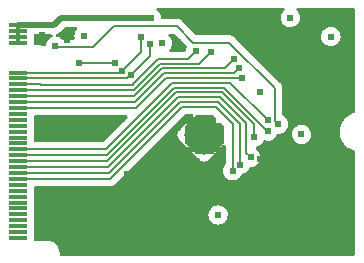
<source format=gbr>
%TF.GenerationSoftware,KiCad,Pcbnew,6.0.7-f9a2dced07~116~ubuntu22.04.1*%
%TF.CreationDate,2022-09-27T00:14:19+08:00*%
%TF.ProjectId,esp32_core_m2,65737033-325f-4636-9f72-655f6d322e6b,rev?*%
%TF.SameCoordinates,Original*%
%TF.FileFunction,Copper,L4,Bot*%
%TF.FilePolarity,Positive*%
%FSLAX46Y46*%
G04 Gerber Fmt 4.6, Leading zero omitted, Abs format (unit mm)*
G04 Created by KiCad (PCBNEW 6.0.7-f9a2dced07~116~ubuntu22.04.1) date 2022-09-27 00:14:19*
%MOMM*%
%LPD*%
G01*
G04 APERTURE LIST*
G04 Aperture macros list*
%AMRotRect*
0 Rectangle, with rotation*
0 The origin of the aperture is its center*
0 $1 length*
0 $2 width*
0 $3 Rotation angle, in degrees counterclockwise*
0 Add horizontal line*
21,1,$1,$2,0,0,$3*%
G04 Aperture macros list end*
%TA.AperFunction,ComponentPad*%
%ADD10C,0.500000*%
%TD*%
%TA.AperFunction,SMDPad,CuDef*%
%ADD11RotRect,2.500000X2.500000X135.000000*%
%TD*%
%TA.AperFunction,SMDPad,CuDef*%
%ADD12R,1.600000X0.350000*%
%TD*%
%TA.AperFunction,ViaPad*%
%ADD13C,0.609600*%
%TD*%
%TA.AperFunction,Conductor*%
%ADD14C,0.203200*%
%TD*%
%TA.AperFunction,Conductor*%
%ADD15C,0.508000*%
%TD*%
G04 APERTURE END LIST*
D10*
%TO.P,U2,33,GND*%
%TO.N,GND*%
X92329000Y-71374000D03*
X90914786Y-71374000D03*
X92329000Y-72788214D03*
X93743214Y-71374000D03*
X91621893Y-70666893D03*
X93036107Y-72081107D03*
X93036107Y-70666893D03*
D11*
X92329000Y-71374000D03*
D10*
X91621893Y-72081107D03*
X92329000Y-69959786D03*
%TD*%
D12*
%TO.P,J1,2,2*%
%TO.N,unconnected-(J1-Pad2)*%
X76568300Y-80120000D03*
%TO.P,J1,4,4*%
%TO.N,unconnected-(J1-Pad4)*%
X76568300Y-79620000D03*
%TO.P,J1,6,6*%
%TO.N,unconnected-(J1-Pad6)*%
X76568300Y-79120000D03*
%TO.P,J1,8,8*%
%TO.N,unconnected-(J1-Pad8)*%
X76568300Y-78620000D03*
%TO.P,J1,10,10*%
%TO.N,unconnected-(J1-Pad10)*%
X76568300Y-78120000D03*
%TO.P,J1,12,12*%
%TO.N,unconnected-(J1-Pad12)*%
X76568300Y-77620000D03*
%TO.P,J1,14,14*%
%TO.N,unconnected-(J1-Pad14)*%
X76568300Y-77120000D03*
%TO.P,J1,16,16*%
%TO.N,unconnected-(J1-Pad16)*%
X76568300Y-76620000D03*
%TO.P,J1,18,18*%
%TO.N,unconnected-(J1-Pad18)*%
X76568300Y-76120000D03*
%TO.P,J1,20,20*%
%TO.N,unconnected-(J1-Pad20)*%
X76568300Y-75620000D03*
%TO.P,J1,22,22*%
%TO.N,/GPIO0*%
X76568300Y-75120000D03*
%TO.P,J1,24,24*%
%TO.N,/GPIO1*%
X76568300Y-74620000D03*
%TO.P,J1,26,26*%
%TO.N,/GPIO2*%
X76568300Y-74120000D03*
%TO.P,J1,28,28*%
%TO.N,/GPIO3*%
X76568300Y-73620000D03*
%TO.P,J1,30,30*%
%TO.N,/GPIO4*%
X76568300Y-73120000D03*
%TO.P,J1,32,32*%
%TO.N,/GPIO5*%
X76568300Y-72620000D03*
%TO.P,J1,34,34*%
%TO.N,unconnected-(J1-Pad34)*%
X76568300Y-72120000D03*
%TO.P,J1,36,36*%
%TO.N,unconnected-(J1-Pad36)*%
X76568300Y-71620000D03*
%TO.P,J1,38,38*%
%TO.N,unconnected-(J1-Pad38)*%
X76568300Y-71120000D03*
%TO.P,J1,40,40*%
%TO.N,unconnected-(J1-Pad40)*%
X76568300Y-70620000D03*
%TO.P,J1,42,42*%
%TO.N,unconnected-(J1-Pad42)*%
X76568300Y-70120000D03*
%TO.P,J1,44,44*%
%TO.N,unconnected-(J1-Pad44)*%
X76568300Y-69620000D03*
%TO.P,J1,46,46*%
%TO.N,/GPIO6*%
X76568300Y-69120000D03*
%TO.P,J1,48,48*%
%TO.N,/GPIO7*%
X76568300Y-68620000D03*
%TO.P,J1,50,50*%
%TO.N,/GPIO8*%
X76568300Y-68120000D03*
%TO.P,J1,52,52*%
%TO.N,/GPIO9*%
X76568300Y-67620000D03*
%TO.P,J1,54,54*%
%TO.N,/GPIO10*%
X76568300Y-67120000D03*
%TO.P,J1,56,56*%
%TO.N,/GPIO15*%
X76568300Y-66620000D03*
%TO.P,J1,58,58*%
%TO.N,/GPIO16*%
X76568300Y-66120000D03*
%TO.P,J1,68,68*%
%TO.N,+5V*%
X76568300Y-63620000D03*
%TO.P,J1,70,70*%
X76568300Y-63120000D03*
%TO.P,J1,72,72*%
X76568300Y-62620000D03*
%TO.P,J1,74,74*%
X76568300Y-62120000D03*
%TD*%
D13*
%TO.N,GND*%
X96393000Y-63322200D03*
X101092000Y-64820800D03*
X102057200Y-64795400D03*
X102666800Y-61341000D03*
%TO.N,+3V3*%
X103047800Y-63068200D03*
%TO.N,/GPIO0*%
X94727572Y-74434023D03*
%TO.N,/GPIO1*%
X95351600Y-73914000D03*
%TO.N,/GPIO2*%
X96251166Y-73278500D03*
%TO.N,/GPIO3*%
X96545400Y-71602600D03*
%TO.N,/GPIO4*%
X97685746Y-71073179D03*
%TO.N,/GPIO5*%
X97688400Y-70154800D03*
%TO.N,/GPIO6*%
X95529400Y-66598800D03*
%TO.N,/GPIO7*%
X95275400Y-65709800D03*
%TO.N,/GPIO8*%
X94843600Y-64998600D03*
%TO.N,/GPIO9*%
X92862400Y-64414400D03*
%TO.N,/GPIO10*%
X91617800Y-64262000D03*
%TO.N,/GPIO14*%
X81737200Y-65277500D03*
X84759800Y-65277500D03*
%TO.N,/GPIO15*%
X86087941Y-66342660D03*
X87731600Y-63728600D03*
%TO.N,/GPIO16*%
X86995000Y-63094100D03*
X85369400Y-65963800D03*
%TO.N,GND*%
X81667350Y-76657200D03*
X102927150Y-78282800D03*
X87172800Y-80314800D03*
X80733900Y-78613000D03*
X101060250Y-78282800D03*
X101993700Y-78282800D03*
X85305900Y-79324200D03*
X80733900Y-77647800D03*
X82600800Y-76657200D03*
X85305900Y-80314800D03*
X79800450Y-76657200D03*
X87172800Y-81280000D03*
X80721200Y-63373000D03*
X91967050Y-79222600D03*
X86239350Y-81280000D03*
X94767400Y-79222600D03*
X82600800Y-77647800D03*
X103860600Y-78282800D03*
X91033600Y-81178400D03*
X88417400Y-74498200D03*
X82600800Y-78613000D03*
X81667350Y-78613000D03*
X85369400Y-70053200D03*
X91033600Y-80213200D03*
X90144600Y-63550800D03*
X85305900Y-81280000D03*
X91033600Y-79222600D03*
X91967050Y-80213200D03*
X93833950Y-81178400D03*
X97967800Y-77825600D03*
X83439000Y-81280000D03*
X92900500Y-79222600D03*
X86239350Y-80314800D03*
X85826600Y-74676000D03*
X84372450Y-81280000D03*
X78867000Y-76657200D03*
X83439000Y-79324200D03*
X84372450Y-80314800D03*
X100126800Y-78282800D03*
X97053400Y-73406000D03*
X80733900Y-76657200D03*
X92900500Y-81178400D03*
X79800450Y-78613000D03*
X78587600Y-62966600D03*
X78867000Y-77647800D03*
X84372450Y-79324200D03*
X94767400Y-81178400D03*
X93833950Y-80213200D03*
X92900500Y-80213200D03*
X91967050Y-81178400D03*
X78867000Y-78613000D03*
X81667350Y-77647800D03*
X93833950Y-79222600D03*
X87172800Y-79324200D03*
X94767400Y-80213200D03*
X79800450Y-77647800D03*
X83439000Y-80314800D03*
X86239350Y-79324200D03*
X90017600Y-75920600D03*
%TO.N,+5V*%
X87833200Y-61518800D03*
%TO.N,/CHIP_EN*%
X79730600Y-63881000D03*
X98610438Y-70477362D03*
%TO.N,+3V3*%
X97028000Y-67792600D03*
X82143600Y-63042800D03*
X100558600Y-71348600D03*
X88773000Y-63627000D03*
X99618800Y-61468000D03*
X93497400Y-78181200D03*
%TD*%
D14*
%TO.N,/CHIP_EN*%
X98310700Y-67424300D02*
X94462600Y-63576200D01*
X98310700Y-67424300D02*
X98310700Y-70177624D01*
X98310700Y-70177624D02*
X98610438Y-70477362D01*
%TO.N,/GPIO4*%
X97685746Y-71073179D02*
X97679923Y-71073179D01*
X97679923Y-71073179D02*
X94002544Y-67395800D01*
X84058328Y-73120000D02*
X76568300Y-73120000D01*
X94002544Y-67395800D02*
X89782528Y-67395800D01*
X89782528Y-67395800D02*
X84058328Y-73120000D01*
%TO.N,/CHIP_EN*%
X82931000Y-63982600D02*
X79832200Y-63982600D01*
X79832200Y-63982600D02*
X79730600Y-63881000D01*
X94462600Y-63576200D02*
X91414600Y-63576200D01*
X91414600Y-63576200D02*
X90043000Y-62204600D01*
X90043000Y-62204600D02*
X84709000Y-62204600D01*
X84709000Y-62204600D02*
X82931000Y-63982600D01*
%TO.N,/GPIO5*%
X97688400Y-70154800D02*
X94523000Y-66989400D01*
X94523000Y-66989400D02*
X89614192Y-66989400D01*
X89614192Y-66989400D02*
X83983592Y-72620000D01*
X83983592Y-72620000D02*
X76568300Y-72620000D01*
%TO.N,/GPIO8*%
X85242400Y-68122800D02*
X85239600Y-68120000D01*
X85239600Y-68120000D02*
X76568300Y-68120000D01*
X86417272Y-68122800D02*
X85242400Y-68122800D01*
X88769872Y-65770200D02*
X86417272Y-68122800D01*
X94072000Y-65770200D02*
X88769872Y-65770200D01*
X94843600Y-64998600D02*
X94072000Y-65770200D01*
%TO.N,/GPIO7*%
X95275400Y-65709800D02*
X94808600Y-66176600D01*
X94808600Y-66176600D02*
X88938208Y-66176600D01*
X88938208Y-66176600D02*
X86494808Y-68620000D01*
X86494808Y-68620000D02*
X76568300Y-68620000D01*
%TO.N,/GPIO6*%
X95529400Y-66598800D02*
X95513600Y-66583000D01*
X95513600Y-66583000D02*
X89106544Y-66583000D01*
X89106544Y-66583000D02*
X86569544Y-69120000D01*
X86569544Y-69120000D02*
X76568300Y-69120000D01*
%TO.N,/GPIO0*%
X90455736Y-69021400D02*
X84357136Y-75120000D01*
X94742000Y-74419595D02*
X94742000Y-70434200D01*
X94727572Y-74434023D02*
X94742000Y-74419595D01*
X84357136Y-75120000D02*
X76568300Y-75120000D01*
X94742000Y-70434200D02*
X93329200Y-69021400D01*
X93329200Y-69021400D02*
X90455736Y-69021400D01*
%TO.N,/GPIO1*%
X90287400Y-68615000D02*
X84282400Y-74620000D01*
X95377000Y-70494464D02*
X93497536Y-68615000D01*
X95351600Y-73914000D02*
X95377000Y-73888600D01*
X93497536Y-68615000D02*
X90287400Y-68615000D01*
X84282400Y-74620000D02*
X76568300Y-74620000D01*
X95377000Y-73888600D02*
X95377000Y-70494464D01*
%TO.N,/GPIO2*%
X84207800Y-74120000D02*
X76568300Y-74120000D01*
X96251166Y-73278500D02*
X95885000Y-72912334D01*
X95885000Y-70427728D02*
X93665872Y-68208600D01*
X93665872Y-68208600D02*
X90119200Y-68208600D01*
X90119200Y-68208600D02*
X84207800Y-74120000D01*
X95885000Y-72912334D02*
X95885000Y-70427728D01*
%TO.N,/GPIO3*%
X96545400Y-70513392D02*
X93834208Y-67802200D01*
X89950864Y-67802200D02*
X84133064Y-73620000D01*
X84133064Y-73620000D02*
X76568300Y-73620000D01*
X96545400Y-71602600D02*
X96545400Y-70513392D01*
X93834208Y-67802200D02*
X89950864Y-67802200D01*
%TO.N,/GPIO9*%
X78262600Y-67620000D02*
X76568300Y-67620000D01*
X86345336Y-67620000D02*
X76568300Y-67620000D01*
X92862400Y-64414400D02*
X91913000Y-65363800D01*
X91913000Y-65363800D02*
X88601536Y-65363800D01*
X88601536Y-65363800D02*
X86345336Y-67620000D01*
%TO.N,/GPIO10*%
X86258400Y-67124003D02*
X88425003Y-64957400D01*
X78473800Y-67120000D02*
X78486000Y-67132200D01*
X88425003Y-64957400D02*
X90922400Y-64957400D01*
X76568300Y-67120000D02*
X78473800Y-67120000D01*
X78486000Y-67132200D02*
X86258400Y-67132200D01*
X90922400Y-64957400D02*
X91617800Y-64262000D01*
X86258400Y-67132200D02*
X86258400Y-67124003D01*
%TO.N,/GPIO14*%
X81737200Y-65277500D02*
X84759800Y-65277500D01*
%TO.N,/GPIO15*%
X87731600Y-64699001D02*
X86087941Y-66342660D01*
X87731600Y-63728600D02*
X87731600Y-64699001D01*
X86087941Y-66342660D02*
X85810601Y-66620000D01*
X85810601Y-66620000D02*
X76568300Y-66620000D01*
%TO.N,/GPIO16*%
X85213200Y-66120000D02*
X85369400Y-65963800D01*
X76568300Y-66120000D02*
X85213200Y-66120000D01*
X86995000Y-63094100D02*
X86995000Y-64338200D01*
X86995000Y-64338200D02*
X85369400Y-65963800D01*
D15*
%TO.N,+5V*%
X80187800Y-61518800D02*
X87833200Y-61518800D01*
X79586600Y-62120000D02*
X80187800Y-61518800D01*
X76568300Y-62120000D02*
X79586600Y-62120000D01*
D14*
%TO.N,unconnected-(J1-Pad34)*%
X76568300Y-72120000D02*
X76574500Y-72113800D01*
%TD*%
%TA.AperFunction,Conductor*%
%TO.N,GND*%
G36*
X99071117Y-60650302D02*
G01*
X99117610Y-60703958D01*
X99127714Y-60774232D01*
X99098220Y-60838812D01*
X99091153Y-60846324D01*
X99018707Y-60917269D01*
X98984550Y-60950718D01*
X98885708Y-61104090D01*
X98883299Y-61110710D01*
X98883297Y-61110713D01*
X98846646Y-61211411D01*
X98823302Y-61275549D01*
X98800434Y-61456573D01*
X98801121Y-61463580D01*
X98801121Y-61463583D01*
X98808776Y-61541652D01*
X98818239Y-61638164D01*
X98875833Y-61811299D01*
X98879482Y-61817324D01*
X98947862Y-61930232D01*
X98970354Y-61967371D01*
X99097103Y-62098623D01*
X99102995Y-62102478D01*
X99102999Y-62102482D01*
X99243885Y-62194675D01*
X99249781Y-62198533D01*
X99256385Y-62200989D01*
X99256387Y-62200990D01*
X99335290Y-62230334D01*
X99420800Y-62262135D01*
X99601660Y-62286267D01*
X99608671Y-62285629D01*
X99608675Y-62285629D01*
X99748380Y-62272914D01*
X99783371Y-62269729D01*
X99790073Y-62267551D01*
X99790075Y-62267551D01*
X99950205Y-62215522D01*
X99950208Y-62215521D01*
X99956904Y-62213345D01*
X99981752Y-62198533D01*
X100107577Y-62123527D01*
X100107580Y-62123525D01*
X100113632Y-62119917D01*
X100216563Y-62021897D01*
X100240662Y-61998948D01*
X100240664Y-61998945D01*
X100245766Y-61994087D01*
X100346739Y-61842110D01*
X100385467Y-61740158D01*
X100409033Y-61678122D01*
X100409034Y-61678117D01*
X100411533Y-61671539D01*
X100413371Y-61658462D01*
X100436376Y-61494775D01*
X100436376Y-61494770D01*
X100436927Y-61490852D01*
X100437246Y-61468000D01*
X100416907Y-61286675D01*
X100356901Y-61114361D01*
X100260211Y-60959624D01*
X100146467Y-60845084D01*
X100112660Y-60782654D01*
X100117972Y-60711856D01*
X100160716Y-60655169D01*
X100227323Y-60630590D01*
X100235873Y-60630300D01*
X104940600Y-60630300D01*
X105008721Y-60650302D01*
X105055214Y-60703958D01*
X105066600Y-60756300D01*
X105066600Y-69432878D01*
X105046598Y-69500999D01*
X104992942Y-69547492D01*
X104968636Y-69555719D01*
X104942055Y-69561786D01*
X104937667Y-69563508D01*
X104937661Y-69563510D01*
X104719575Y-69649102D01*
X104719572Y-69649104D01*
X104715183Y-69650826D01*
X104639111Y-69694746D01*
X104508197Y-69770329D01*
X104508193Y-69770332D01*
X104504117Y-69772685D01*
X104415557Y-69843310D01*
X104344118Y-69900281D01*
X104313570Y-69924642D01*
X104310367Y-69928095D01*
X104310366Y-69928095D01*
X104254288Y-69988533D01*
X104147799Y-70103300D01*
X104145143Y-70107196D01*
X104145138Y-70107202D01*
X104016393Y-70296037D01*
X104010507Y-70304670D01*
X104008461Y-70308918D01*
X104008459Y-70308922D01*
X103965187Y-70398778D01*
X103904761Y-70524253D01*
X103903372Y-70528755D01*
X103903370Y-70528761D01*
X103876225Y-70616765D01*
X103832924Y-70757144D01*
X103832223Y-70761794D01*
X103832222Y-70761799D01*
X103817965Y-70856393D01*
X103796600Y-70998141D01*
X103796600Y-71241859D01*
X103812830Y-71349541D01*
X103830385Y-71466008D01*
X103832924Y-71482856D01*
X103858098Y-71564467D01*
X103900402Y-71701615D01*
X103904761Y-71715747D01*
X103918402Y-71744072D01*
X104007119Y-71928294D01*
X104010507Y-71935330D01*
X104013165Y-71939229D01*
X104013167Y-71939232D01*
X104145138Y-72132798D01*
X104145143Y-72132804D01*
X104147799Y-72136700D01*
X104151009Y-72140160D01*
X104151011Y-72140162D01*
X104259838Y-72257449D01*
X104313570Y-72315358D01*
X104317248Y-72318291D01*
X104317250Y-72318293D01*
X104355814Y-72349047D01*
X104504117Y-72467315D01*
X104508193Y-72469668D01*
X104508197Y-72469671D01*
X104603452Y-72524666D01*
X104715183Y-72589174D01*
X104719572Y-72590896D01*
X104719575Y-72590898D01*
X104937661Y-72676490D01*
X104937667Y-72676492D01*
X104942055Y-72678214D01*
X104946661Y-72679265D01*
X104946660Y-72679265D01*
X104968636Y-72684281D01*
X105030598Y-72718939D01*
X105063987Y-72781594D01*
X105066600Y-72807122D01*
X105066600Y-81483700D01*
X105046598Y-81551821D01*
X104992942Y-81598314D01*
X104940600Y-81609700D01*
X80200000Y-81609700D01*
X80131879Y-81589698D01*
X80085386Y-81536042D01*
X80074000Y-81483700D01*
X80074000Y-81434850D01*
X80075746Y-81413945D01*
X80078270Y-81398944D01*
X80078270Y-81398941D01*
X80079076Y-81394152D01*
X80079229Y-81381600D01*
X80078539Y-81376778D01*
X80076262Y-81360875D01*
X80075470Y-81353999D01*
X80062862Y-81209904D01*
X80062861Y-81209898D01*
X80062381Y-81204412D01*
X80047598Y-81149240D01*
X80017769Y-81037918D01*
X80017768Y-81037916D01*
X80016346Y-81032608D01*
X79972663Y-80938929D01*
X79943501Y-80876390D01*
X79943499Y-80876387D01*
X79941178Y-80871409D01*
X79839159Y-80725710D01*
X79713390Y-80599941D01*
X79708882Y-80596784D01*
X79708879Y-80596782D01*
X79572196Y-80501076D01*
X79567692Y-80497922D01*
X79544440Y-80487079D01*
X79411481Y-80425080D01*
X79411477Y-80425079D01*
X79406492Y-80422754D01*
X79234688Y-80376719D01*
X79103377Y-80365230D01*
X79093516Y-80363971D01*
X79070052Y-80360024D01*
X79063707Y-80359947D01*
X79062360Y-80359930D01*
X79062357Y-80359930D01*
X79057500Y-80359871D01*
X79031558Y-80363586D01*
X79029876Y-80363827D01*
X79012014Y-80365100D01*
X78002800Y-80365100D01*
X77934679Y-80345098D01*
X77888186Y-80291442D01*
X77876800Y-80239100D01*
X77876800Y-79896866D01*
X77876432Y-79893475D01*
X77876431Y-79893465D01*
X77875360Y-79883607D01*
X77875360Y-79856393D01*
X77876431Y-79846535D01*
X77876432Y-79846525D01*
X77876800Y-79843134D01*
X77876800Y-79396866D01*
X77876432Y-79393475D01*
X77876431Y-79393465D01*
X77875360Y-79383607D01*
X77875360Y-79356393D01*
X77876431Y-79346535D01*
X77876432Y-79346525D01*
X77876800Y-79343134D01*
X77876800Y-78896866D01*
X77876432Y-78893475D01*
X77876431Y-78893465D01*
X77875360Y-78883607D01*
X77875360Y-78856393D01*
X77876431Y-78846535D01*
X77876432Y-78846525D01*
X77876800Y-78843134D01*
X77876800Y-78396866D01*
X77876432Y-78393475D01*
X77876431Y-78393465D01*
X77875360Y-78383607D01*
X77875360Y-78356393D01*
X77876431Y-78346535D01*
X77876432Y-78346525D01*
X77876800Y-78343134D01*
X77876800Y-78169773D01*
X92679034Y-78169773D01*
X92679721Y-78176780D01*
X92679721Y-78176783D01*
X92689367Y-78275157D01*
X92696839Y-78351364D01*
X92754433Y-78524499D01*
X92848954Y-78680571D01*
X92975703Y-78811823D01*
X92981595Y-78815678D01*
X92981599Y-78815682D01*
X93122485Y-78907875D01*
X93128381Y-78911733D01*
X93134985Y-78914189D01*
X93134987Y-78914190D01*
X93213891Y-78943534D01*
X93299400Y-78975335D01*
X93480260Y-78999467D01*
X93487271Y-78998829D01*
X93487275Y-78998829D01*
X93626980Y-78986114D01*
X93661971Y-78982929D01*
X93668673Y-78980751D01*
X93668675Y-78980751D01*
X93828805Y-78928722D01*
X93828808Y-78928721D01*
X93835504Y-78926545D01*
X93860352Y-78911733D01*
X93986177Y-78836727D01*
X93986180Y-78836725D01*
X93992232Y-78833117D01*
X94063539Y-78765212D01*
X94119262Y-78712148D01*
X94119264Y-78712145D01*
X94124366Y-78707287D01*
X94225339Y-78555310D01*
X94240338Y-78515825D01*
X94287633Y-78391322D01*
X94287634Y-78391317D01*
X94290133Y-78384739D01*
X94291113Y-78377767D01*
X94314976Y-78207975D01*
X94314976Y-78207970D01*
X94315527Y-78204052D01*
X94315846Y-78181200D01*
X94295507Y-77999875D01*
X94235501Y-77827561D01*
X94138811Y-77672824D01*
X94074247Y-77607808D01*
X94015204Y-77548351D01*
X94015200Y-77548348D01*
X94010241Y-77543354D01*
X93999057Y-77536256D01*
X93950851Y-77505664D01*
X93856183Y-77445586D01*
X93749490Y-77407594D01*
X93690927Y-77386740D01*
X93690925Y-77386739D01*
X93684293Y-77384378D01*
X93677307Y-77383545D01*
X93677303Y-77383544D01*
X93547726Y-77368094D01*
X93503114Y-77362774D01*
X93496111Y-77363510D01*
X93496110Y-77363510D01*
X93449875Y-77368370D01*
X93321651Y-77381846D01*
X93314983Y-77384116D01*
X93155590Y-77438378D01*
X93155587Y-77438379D01*
X93148923Y-77440648D01*
X92993514Y-77536256D01*
X92863150Y-77663918D01*
X92764308Y-77817290D01*
X92761899Y-77823910D01*
X92761897Y-77823913D01*
X92704310Y-77982132D01*
X92701902Y-77988749D01*
X92679034Y-78169773D01*
X77876800Y-78169773D01*
X77876800Y-77896866D01*
X77876432Y-77893475D01*
X77876431Y-77893465D01*
X77875360Y-77883607D01*
X77875360Y-77856393D01*
X77876431Y-77846535D01*
X77876432Y-77846525D01*
X77876800Y-77843134D01*
X77876800Y-77396866D01*
X77876432Y-77393475D01*
X77876431Y-77393465D01*
X77875360Y-77383607D01*
X77875360Y-77356393D01*
X77876431Y-77346535D01*
X77876432Y-77346525D01*
X77876800Y-77343134D01*
X77876800Y-76896866D01*
X77876432Y-76893475D01*
X77876431Y-76893465D01*
X77875360Y-76883607D01*
X77875360Y-76856393D01*
X77876431Y-76846535D01*
X77876432Y-76846525D01*
X77876800Y-76843134D01*
X77876800Y-76396866D01*
X77876432Y-76393475D01*
X77876431Y-76393465D01*
X77875360Y-76383607D01*
X77875360Y-76356393D01*
X77876431Y-76346535D01*
X77876432Y-76346525D01*
X77876800Y-76343134D01*
X77876800Y-75896866D01*
X77876432Y-75893475D01*
X77876431Y-75893465D01*
X77875360Y-75883607D01*
X77875360Y-75856393D01*
X77876800Y-75843137D01*
X77878389Y-75843310D01*
X77899953Y-75782327D01*
X77956053Y-75738815D01*
X78002098Y-75730100D01*
X84281458Y-75730100D01*
X84292010Y-75730598D01*
X84299264Y-75732219D01*
X84364731Y-75730162D01*
X84368688Y-75730100D01*
X84395519Y-75730100D01*
X84399446Y-75729604D01*
X84400352Y-75729547D01*
X84410996Y-75728708D01*
X84453335Y-75727378D01*
X84471722Y-75722036D01*
X84491079Y-75718028D01*
X84502201Y-75716623D01*
X84502202Y-75716623D01*
X84510068Y-75715629D01*
X84520640Y-75711444D01*
X84549454Y-75700036D01*
X84560681Y-75696192D01*
X84593745Y-75686585D01*
X84593747Y-75686584D01*
X84601361Y-75684372D01*
X84617841Y-75674626D01*
X84635581Y-75665935D01*
X84653390Y-75658884D01*
X84687668Y-75633980D01*
X84697588Y-75627464D01*
X84727215Y-75609943D01*
X84727218Y-75609941D01*
X84734042Y-75605905D01*
X84747569Y-75592378D01*
X84762603Y-75579537D01*
X84771683Y-75572940D01*
X84771684Y-75572939D01*
X84778098Y-75568279D01*
X84805110Y-75535627D01*
X84813099Y-75526848D01*
X87542118Y-72797830D01*
X91270710Y-72797830D01*
X91270841Y-72799663D01*
X91275092Y-72806278D01*
X91785789Y-73316975D01*
X91787331Y-73318543D01*
X91837882Y-73370890D01*
X91843857Y-73375833D01*
X91852638Y-73383824D01*
X92001374Y-73532560D01*
X92006458Y-73537122D01*
X92046331Y-73569182D01*
X92059681Y-73577404D01*
X92176786Y-73630648D01*
X92193841Y-73635635D01*
X92320111Y-73653718D01*
X92337889Y-73653718D01*
X92464159Y-73635635D01*
X92481214Y-73630648D01*
X92598317Y-73577405D01*
X92611670Y-73569182D01*
X92651544Y-73537122D01*
X92656626Y-73532561D01*
X92856074Y-73333113D01*
X92858277Y-73330962D01*
X92908237Y-73283386D01*
X92917396Y-73272470D01*
X92924824Y-73264363D01*
X93379678Y-72809510D01*
X93387291Y-72795567D01*
X93387160Y-72793733D01*
X93382909Y-72787119D01*
X93298919Y-72703129D01*
X93288830Y-72697620D01*
X93286107Y-72704921D01*
X93286107Y-72753107D01*
X93266105Y-72821228D01*
X93212449Y-72867721D01*
X93160107Y-72879107D01*
X93145115Y-72879107D01*
X93129876Y-72883582D01*
X93128671Y-72884972D01*
X93127000Y-72892655D01*
X93127000Y-72912214D01*
X93106998Y-72980335D01*
X93053342Y-73026828D01*
X93001000Y-73038214D01*
X91657000Y-73038214D01*
X91588879Y-73018212D01*
X91542386Y-72964556D01*
X91531000Y-72912214D01*
X91531000Y-72897222D01*
X91526525Y-72881983D01*
X91525135Y-72880778D01*
X91517452Y-72879107D01*
X91497893Y-72879107D01*
X91429772Y-72859105D01*
X91383279Y-72805449D01*
X91371893Y-72753107D01*
X91371893Y-72708432D01*
X91368656Y-72697407D01*
X91361565Y-72700645D01*
X91278324Y-72783886D01*
X91270710Y-72797830D01*
X87542118Y-72797830D01*
X87819849Y-72520099D01*
X91871893Y-72520099D01*
X91876368Y-72535338D01*
X91877758Y-72536543D01*
X91885441Y-72538214D01*
X92060885Y-72538214D01*
X92076124Y-72533739D01*
X92077329Y-72532349D01*
X92079000Y-72524666D01*
X92079000Y-72520099D01*
X92579000Y-72520099D01*
X92583475Y-72535338D01*
X92584865Y-72536543D01*
X92592548Y-72538214D01*
X92767992Y-72538214D01*
X92783231Y-72533739D01*
X92784436Y-72532349D01*
X92786107Y-72524666D01*
X92786107Y-72349222D01*
X92781632Y-72333983D01*
X92780242Y-72332778D01*
X92772559Y-72331107D01*
X92597115Y-72331107D01*
X92581876Y-72335582D01*
X92580671Y-72336972D01*
X92579000Y-72344655D01*
X92579000Y-72520099D01*
X92079000Y-72520099D01*
X92079000Y-72349222D01*
X92074525Y-72333983D01*
X92073135Y-72332778D01*
X92065452Y-72331107D01*
X91890008Y-72331107D01*
X91874769Y-72335582D01*
X91873564Y-72336972D01*
X91871893Y-72344655D01*
X91871893Y-72520099D01*
X87819849Y-72520099D01*
X88957059Y-71382889D01*
X90049282Y-71382889D01*
X90067365Y-71509159D01*
X90072352Y-71526214D01*
X90125595Y-71643317D01*
X90133818Y-71656670D01*
X90165884Y-71696551D01*
X90170428Y-71701615D01*
X90371653Y-71902839D01*
X90373195Y-71904409D01*
X90423669Y-71956677D01*
X90429634Y-71961612D01*
X90438411Y-71969598D01*
X90893494Y-72424680D01*
X90907432Y-72432291D01*
X90909268Y-72432159D01*
X90915880Y-72427910D01*
X90999871Y-72343919D01*
X91005380Y-72333830D01*
X90998079Y-72331107D01*
X90949893Y-72331107D01*
X90881772Y-72311105D01*
X90835279Y-72257449D01*
X90823893Y-72205107D01*
X90823893Y-72190115D01*
X90819418Y-72174876D01*
X90818028Y-72173671D01*
X90810345Y-72172000D01*
X90790786Y-72172000D01*
X90722665Y-72151998D01*
X90676172Y-72098342D01*
X90664786Y-72046000D01*
X90664786Y-71812992D01*
X91164786Y-71812992D01*
X91169261Y-71828231D01*
X91170651Y-71829436D01*
X91178334Y-71831107D01*
X91353778Y-71831107D01*
X91369017Y-71826632D01*
X91370222Y-71825242D01*
X91371893Y-71817559D01*
X91371893Y-71812992D01*
X93286107Y-71812992D01*
X93290582Y-71828231D01*
X93291972Y-71829436D01*
X93299655Y-71831107D01*
X93475099Y-71831107D01*
X93490338Y-71826632D01*
X93491543Y-71825242D01*
X93493214Y-71817559D01*
X93493214Y-71642115D01*
X93488739Y-71626876D01*
X93487349Y-71625671D01*
X93479666Y-71624000D01*
X93304222Y-71624000D01*
X93288983Y-71628475D01*
X93287778Y-71629865D01*
X93286107Y-71637548D01*
X93286107Y-71812992D01*
X91371893Y-71812992D01*
X91371893Y-71642115D01*
X91367418Y-71626876D01*
X91366028Y-71625671D01*
X91358345Y-71624000D01*
X91182901Y-71624000D01*
X91167662Y-71628475D01*
X91166457Y-71629865D01*
X91164786Y-71637548D01*
X91164786Y-71812992D01*
X90664786Y-71812992D01*
X90664786Y-71105885D01*
X91164786Y-71105885D01*
X91169261Y-71121124D01*
X91170651Y-71122329D01*
X91178334Y-71124000D01*
X91353778Y-71124000D01*
X91369017Y-71119525D01*
X91370222Y-71118135D01*
X91371893Y-71110452D01*
X91371893Y-71105885D01*
X92579000Y-71105885D01*
X92583475Y-71121124D01*
X92584865Y-71122329D01*
X92592548Y-71124000D01*
X92767992Y-71124000D01*
X92783231Y-71119525D01*
X92784436Y-71118135D01*
X92786107Y-71110452D01*
X92786107Y-71105885D01*
X93286107Y-71105885D01*
X93290582Y-71121124D01*
X93291972Y-71122329D01*
X93299655Y-71124000D01*
X93475099Y-71124000D01*
X93490338Y-71119525D01*
X93491543Y-71118135D01*
X93493214Y-71110452D01*
X93493214Y-70935008D01*
X93488739Y-70919769D01*
X93487349Y-70918564D01*
X93479666Y-70916893D01*
X93304222Y-70916893D01*
X93288983Y-70921368D01*
X93287778Y-70922758D01*
X93286107Y-70930441D01*
X93286107Y-71105885D01*
X92786107Y-71105885D01*
X92786107Y-70935008D01*
X92781632Y-70919769D01*
X92780242Y-70918564D01*
X92772559Y-70916893D01*
X92597115Y-70916893D01*
X92581876Y-70921368D01*
X92580671Y-70922758D01*
X92579000Y-70930441D01*
X92579000Y-71105885D01*
X91371893Y-71105885D01*
X91371893Y-70935008D01*
X91367418Y-70919769D01*
X91366028Y-70918564D01*
X91358345Y-70916893D01*
X91182901Y-70916893D01*
X91167662Y-70921368D01*
X91166457Y-70922758D01*
X91164786Y-70930441D01*
X91164786Y-71105885D01*
X90664786Y-71105885D01*
X90664786Y-70702000D01*
X90684788Y-70633879D01*
X90738444Y-70587386D01*
X90790786Y-70576000D01*
X90805778Y-70576000D01*
X90821017Y-70571525D01*
X90822222Y-70570135D01*
X90823893Y-70562452D01*
X90823893Y-70542893D01*
X90843895Y-70474772D01*
X90897551Y-70428279D01*
X90949893Y-70416893D01*
X90994568Y-70416893D01*
X91005593Y-70413656D01*
X91002355Y-70406565D01*
X90994568Y-70398778D01*
X91871893Y-70398778D01*
X91876368Y-70414017D01*
X91877758Y-70415222D01*
X91885441Y-70416893D01*
X92060885Y-70416893D01*
X92076124Y-70412418D01*
X92077329Y-70411028D01*
X92079000Y-70403345D01*
X92079000Y-70398778D01*
X92579000Y-70398778D01*
X92583475Y-70414017D01*
X92584865Y-70415222D01*
X92592548Y-70416893D01*
X92767992Y-70416893D01*
X92783231Y-70412418D01*
X92784436Y-70411028D01*
X92786107Y-70403345D01*
X92786107Y-70227901D01*
X92781632Y-70212662D01*
X92780242Y-70211457D01*
X92772559Y-70209786D01*
X92597115Y-70209786D01*
X92581876Y-70214261D01*
X92580671Y-70215651D01*
X92579000Y-70223334D01*
X92579000Y-70398778D01*
X92079000Y-70398778D01*
X92079000Y-70227901D01*
X92074525Y-70212662D01*
X92073135Y-70211457D01*
X92065452Y-70209786D01*
X91890008Y-70209786D01*
X91874769Y-70214261D01*
X91873564Y-70215651D01*
X91871893Y-70223334D01*
X91871893Y-70398778D01*
X90994568Y-70398778D01*
X90919114Y-70323324D01*
X90905170Y-70315710D01*
X90903335Y-70315841D01*
X90896725Y-70320089D01*
X90384980Y-70831833D01*
X90384043Y-70832760D01*
X90328692Y-70886964D01*
X90327605Y-70888297D01*
X90319057Y-70897757D01*
X90170440Y-71046374D01*
X90165878Y-71051458D01*
X90133818Y-71091331D01*
X90125596Y-71104681D01*
X90072352Y-71221786D01*
X90067365Y-71238841D01*
X90049282Y-71365111D01*
X90049282Y-71382889D01*
X88957059Y-71382889D01*
X90671543Y-69668405D01*
X90733855Y-69634379D01*
X90760638Y-69631500D01*
X91281123Y-69631500D01*
X91349244Y-69651502D01*
X91395737Y-69705158D01*
X91405841Y-69775432D01*
X91376347Y-69840012D01*
X91370218Y-69846595D01*
X91278321Y-69938492D01*
X91270709Y-69952432D01*
X91270841Y-69954268D01*
X91275090Y-69960880D01*
X91359081Y-70044871D01*
X91369170Y-70050380D01*
X91371893Y-70043079D01*
X91371893Y-69994893D01*
X91391895Y-69926772D01*
X91445551Y-69880279D01*
X91497893Y-69868893D01*
X91512885Y-69868893D01*
X91528124Y-69864418D01*
X91529329Y-69863028D01*
X91531000Y-69855345D01*
X91531000Y-69835786D01*
X91551002Y-69767665D01*
X91604658Y-69721172D01*
X91657000Y-69709786D01*
X93001000Y-69709786D01*
X93069121Y-69729788D01*
X93115614Y-69783444D01*
X93127000Y-69835786D01*
X93127000Y-69850778D01*
X93131475Y-69866017D01*
X93132865Y-69867222D01*
X93140548Y-69868893D01*
X93160107Y-69868893D01*
X93228228Y-69888895D01*
X93274721Y-69942551D01*
X93286107Y-69994893D01*
X93286107Y-70398778D01*
X93290582Y-70414017D01*
X93291972Y-70415222D01*
X93299655Y-70416893D01*
X93708107Y-70416893D01*
X93776228Y-70436895D01*
X93822721Y-70490551D01*
X93834107Y-70542893D01*
X93834107Y-70557885D01*
X93838582Y-70573124D01*
X93839972Y-70574329D01*
X93847655Y-70576000D01*
X93867214Y-70576000D01*
X93935335Y-70596002D01*
X93981828Y-70649658D01*
X93993214Y-70702000D01*
X93993214Y-72046000D01*
X93973212Y-72114121D01*
X93919556Y-72160614D01*
X93867214Y-72172000D01*
X93852222Y-72172000D01*
X93836983Y-72176475D01*
X93835778Y-72177865D01*
X93834107Y-72185548D01*
X93834107Y-72205107D01*
X93814105Y-72273228D01*
X93760449Y-72319721D01*
X93708107Y-72331107D01*
X93663432Y-72331107D01*
X93652407Y-72334344D01*
X93655645Y-72341435D01*
X93738886Y-72424676D01*
X93752830Y-72432290D01*
X93754663Y-72432159D01*
X93761278Y-72427908D01*
X93916805Y-72272381D01*
X93979117Y-72238355D01*
X94049932Y-72243420D01*
X94106768Y-72285967D01*
X94131579Y-72352487D01*
X94131900Y-72361476D01*
X94131900Y-73825997D01*
X94111898Y-73894118D01*
X94102283Y-73905923D01*
X94102809Y-73906352D01*
X94098358Y-73911809D01*
X94093322Y-73916741D01*
X93994480Y-74070113D01*
X93992071Y-74076733D01*
X93992069Y-74076736D01*
X93955439Y-74177377D01*
X93932074Y-74241572D01*
X93909206Y-74422596D01*
X93909893Y-74429603D01*
X93909893Y-74429606D01*
X93919539Y-74527980D01*
X93927011Y-74604187D01*
X93984605Y-74777322D01*
X94079126Y-74933394D01*
X94205875Y-75064646D01*
X94211767Y-75068501D01*
X94211771Y-75068505D01*
X94352657Y-75160698D01*
X94358553Y-75164556D01*
X94365157Y-75167012D01*
X94365159Y-75167013D01*
X94444062Y-75196357D01*
X94529572Y-75228158D01*
X94710432Y-75252290D01*
X94717443Y-75251652D01*
X94717447Y-75251652D01*
X94857152Y-75238937D01*
X94892143Y-75235752D01*
X94898845Y-75233574D01*
X94898847Y-75233574D01*
X95058977Y-75181545D01*
X95058980Y-75181544D01*
X95065676Y-75179368D01*
X95090524Y-75164556D01*
X95216349Y-75089550D01*
X95216352Y-75089548D01*
X95222404Y-75085940D01*
X95293711Y-75018035D01*
X95349434Y-74964971D01*
X95349436Y-74964968D01*
X95354538Y-74960110D01*
X95455511Y-74808133D01*
X95465576Y-74781637D01*
X95508465Y-74725059D01*
X95544428Y-74706548D01*
X95683005Y-74661522D01*
X95683008Y-74661521D01*
X95689704Y-74659345D01*
X95771019Y-74610872D01*
X95840377Y-74569527D01*
X95840380Y-74569525D01*
X95846432Y-74565917D01*
X95917739Y-74498012D01*
X95973462Y-74444948D01*
X95973464Y-74444945D01*
X95978566Y-74440087D01*
X96079539Y-74288110D01*
X96121603Y-74177377D01*
X96164492Y-74120799D01*
X96231161Y-74096390D01*
X96231195Y-74096389D01*
X96234026Y-74096767D01*
X96240420Y-74096185D01*
X96240424Y-74096185D01*
X96369494Y-74084438D01*
X96415737Y-74080229D01*
X96422439Y-74078051D01*
X96422441Y-74078051D01*
X96582571Y-74026022D01*
X96582574Y-74026021D01*
X96589270Y-74023845D01*
X96595321Y-74020238D01*
X96739943Y-73934027D01*
X96739946Y-73934025D01*
X96745998Y-73930417D01*
X96817305Y-73862512D01*
X96873028Y-73809448D01*
X96873030Y-73809445D01*
X96878132Y-73804587D01*
X96979105Y-73652610D01*
X97007673Y-73577404D01*
X97041399Y-73488622D01*
X97041400Y-73488617D01*
X97043899Y-73482039D01*
X97044879Y-73475067D01*
X97068742Y-73305275D01*
X97068742Y-73305270D01*
X97069293Y-73301352D01*
X97069612Y-73278500D01*
X97049273Y-73097175D01*
X96989267Y-72924861D01*
X96909890Y-72797830D01*
X96896310Y-72776098D01*
X96892577Y-72770124D01*
X96820577Y-72697620D01*
X96768970Y-72645651D01*
X96768966Y-72645648D01*
X96764007Y-72640654D01*
X96725499Y-72616216D01*
X96678700Y-72562827D01*
X96668195Y-72492612D01*
X96697319Y-72427864D01*
X96754077Y-72389998D01*
X96804573Y-72373591D01*
X96876805Y-72350122D01*
X96876808Y-72350121D01*
X96883504Y-72347945D01*
X96894425Y-72341435D01*
X97034177Y-72258127D01*
X97034180Y-72258125D01*
X97040232Y-72254517D01*
X97133252Y-72165935D01*
X97167262Y-72133548D01*
X97167264Y-72133545D01*
X97172366Y-72128687D01*
X97273339Y-71976710D01*
X97291859Y-71927956D01*
X97334748Y-71871378D01*
X97401416Y-71846969D01*
X97453563Y-71854601D01*
X97487746Y-71867314D01*
X97668606Y-71891446D01*
X97675617Y-71890808D01*
X97675621Y-71890808D01*
X97815326Y-71878093D01*
X97850317Y-71874908D01*
X97857019Y-71872730D01*
X97857021Y-71872730D01*
X98017151Y-71820701D01*
X98017154Y-71820700D01*
X98023850Y-71818524D01*
X98065349Y-71793786D01*
X98174523Y-71728706D01*
X98174526Y-71728704D01*
X98180578Y-71725096D01*
X98286739Y-71624000D01*
X98307608Y-71604127D01*
X98307610Y-71604124D01*
X98312712Y-71599266D01*
X98413685Y-71447289D01*
X98438149Y-71382889D01*
X98441718Y-71373493D01*
X98469250Y-71337173D01*
X99740234Y-71337173D01*
X99740921Y-71344180D01*
X99740921Y-71344183D01*
X99744716Y-71382889D01*
X99758039Y-71518764D01*
X99815633Y-71691899D01*
X99819282Y-71697924D01*
X99899941Y-71831107D01*
X99910154Y-71847971D01*
X99915045Y-71853036D01*
X99915046Y-71853037D01*
X99978814Y-71919070D01*
X100036903Y-71979223D01*
X100042795Y-71983078D01*
X100042799Y-71983082D01*
X100183685Y-72075275D01*
X100189581Y-72079133D01*
X100196185Y-72081589D01*
X100196187Y-72081590D01*
X100275091Y-72110934D01*
X100360600Y-72142735D01*
X100541460Y-72166867D01*
X100548471Y-72166229D01*
X100548475Y-72166229D01*
X100688180Y-72153514D01*
X100723171Y-72150329D01*
X100729873Y-72148151D01*
X100729875Y-72148151D01*
X100890005Y-72096122D01*
X100890008Y-72096121D01*
X100896704Y-72093945D01*
X100924526Y-72077360D01*
X101047377Y-72004127D01*
X101047380Y-72004125D01*
X101053432Y-72000517D01*
X101129628Y-71927956D01*
X101180462Y-71879548D01*
X101180464Y-71879545D01*
X101185566Y-71874687D01*
X101286539Y-71722710D01*
X101308554Y-71664756D01*
X101348833Y-71558722D01*
X101348834Y-71558717D01*
X101351333Y-71552139D01*
X101357009Y-71511755D01*
X101376176Y-71375375D01*
X101376176Y-71375370D01*
X101376727Y-71371452D01*
X101377046Y-71348600D01*
X101356707Y-71167275D01*
X101343476Y-71129279D01*
X101314605Y-71046374D01*
X101296701Y-70994961D01*
X101210708Y-70857343D01*
X101203744Y-70846198D01*
X101200011Y-70840224D01*
X101113038Y-70752642D01*
X101076404Y-70715751D01*
X101076400Y-70715748D01*
X101071441Y-70710754D01*
X101060257Y-70703656D01*
X101012051Y-70673064D01*
X100917383Y-70612986D01*
X100775469Y-70562452D01*
X100752127Y-70554140D01*
X100752125Y-70554139D01*
X100745493Y-70551778D01*
X100738507Y-70550945D01*
X100738503Y-70550944D01*
X100596601Y-70534024D01*
X100564314Y-70530174D01*
X100557311Y-70530910D01*
X100557310Y-70530910D01*
X100511075Y-70535770D01*
X100382851Y-70549246D01*
X100376183Y-70551516D01*
X100216790Y-70605778D01*
X100216787Y-70605779D01*
X100210123Y-70608048D01*
X100054714Y-70703656D01*
X100049681Y-70708585D01*
X99969055Y-70787540D01*
X99924350Y-70831318D01*
X99825508Y-70984690D01*
X99823099Y-70991310D01*
X99823097Y-70991313D01*
X99771568Y-71132889D01*
X99763102Y-71156149D01*
X99740234Y-71337173D01*
X98469250Y-71337173D01*
X98484607Y-71316915D01*
X98551276Y-71292506D01*
X98576164Y-71293343D01*
X98593298Y-71295629D01*
X98600309Y-71294991D01*
X98600313Y-71294991D01*
X98740018Y-71282276D01*
X98775009Y-71279091D01*
X98781711Y-71276913D01*
X98781713Y-71276913D01*
X98941843Y-71224884D01*
X98941846Y-71224883D01*
X98948542Y-71222707D01*
X98972757Y-71208272D01*
X99099215Y-71132889D01*
X99099218Y-71132887D01*
X99105270Y-71129279D01*
X99192111Y-71046581D01*
X99232300Y-71008310D01*
X99232302Y-71008307D01*
X99237404Y-71003449D01*
X99338377Y-70851472D01*
X99393265Y-70706979D01*
X99400671Y-70687484D01*
X99400672Y-70687479D01*
X99403171Y-70680901D01*
X99428565Y-70500214D01*
X99428884Y-70477362D01*
X99408545Y-70296037D01*
X99348539Y-70123723D01*
X99251849Y-69968986D01*
X99157555Y-69874032D01*
X99128242Y-69844513D01*
X99128238Y-69844510D01*
X99123279Y-69839516D01*
X99117331Y-69835741D01*
X98979286Y-69748135D01*
X98932487Y-69694746D01*
X98920800Y-69641750D01*
X98920800Y-67499978D01*
X98921298Y-67489426D01*
X98922919Y-67482172D01*
X98920862Y-67416705D01*
X98920800Y-67412748D01*
X98920800Y-67385917D01*
X98920304Y-67381990D01*
X98920247Y-67381084D01*
X98919408Y-67370435D01*
X98918327Y-67336028D01*
X98918078Y-67328101D01*
X98912736Y-67309714D01*
X98908728Y-67290357D01*
X98907323Y-67279237D01*
X98906329Y-67271368D01*
X98890735Y-67231980D01*
X98886893Y-67220757D01*
X98877285Y-67187690D01*
X98877284Y-67187688D01*
X98875072Y-67180074D01*
X98865325Y-67163593D01*
X98856633Y-67145851D01*
X98849584Y-67128046D01*
X98824681Y-67093769D01*
X98818165Y-67083849D01*
X98800643Y-67054222D01*
X98796605Y-67047394D01*
X98783078Y-67033867D01*
X98770237Y-67018833D01*
X98763640Y-67009753D01*
X98763639Y-67009752D01*
X98758979Y-67003338D01*
X98726327Y-66976326D01*
X98717548Y-66968337D01*
X94947521Y-63198310D01*
X94940409Y-63190494D01*
X94936426Y-63184217D01*
X94888669Y-63139370D01*
X94885827Y-63136615D01*
X94866865Y-63117653D01*
X94863738Y-63115227D01*
X94863097Y-63114662D01*
X94854937Y-63107693D01*
X94824058Y-63078696D01*
X94807281Y-63069472D01*
X94790768Y-63058625D01*
X94788380Y-63056773D01*
X102229434Y-63056773D01*
X102230121Y-63063780D01*
X102230121Y-63063783D01*
X102238493Y-63149165D01*
X102247239Y-63238364D01*
X102304833Y-63411499D01*
X102319504Y-63435723D01*
X102382082Y-63539051D01*
X102399354Y-63567571D01*
X102526103Y-63698823D01*
X102531995Y-63702678D01*
X102531999Y-63702682D01*
X102648473Y-63778900D01*
X102678781Y-63798733D01*
X102685385Y-63801189D01*
X102685387Y-63801190D01*
X102745557Y-63823567D01*
X102849800Y-63862335D01*
X103030660Y-63886467D01*
X103037671Y-63885829D01*
X103037675Y-63885829D01*
X103177380Y-63873114D01*
X103212371Y-63869929D01*
X103219073Y-63867751D01*
X103219075Y-63867751D01*
X103379205Y-63815722D01*
X103379208Y-63815721D01*
X103385904Y-63813545D01*
X103413122Y-63797320D01*
X103536577Y-63723727D01*
X103536580Y-63723725D01*
X103542632Y-63720117D01*
X103640414Y-63627000D01*
X103669662Y-63599148D01*
X103669664Y-63599145D01*
X103674766Y-63594287D01*
X103775739Y-63442310D01*
X103798038Y-63383607D01*
X103838033Y-63278322D01*
X103838034Y-63278317D01*
X103840533Y-63271739D01*
X103844284Y-63245049D01*
X103865376Y-63094975D01*
X103865376Y-63094970D01*
X103865927Y-63091052D01*
X103866087Y-63079576D01*
X103866191Y-63072163D01*
X103866191Y-63072158D01*
X103866246Y-63068200D01*
X103845907Y-62886875D01*
X103827739Y-62834702D01*
X103803878Y-62766185D01*
X103785901Y-62714561D01*
X103689211Y-62559824D01*
X103619686Y-62489812D01*
X103565604Y-62435351D01*
X103565600Y-62435348D01*
X103560641Y-62430354D01*
X103549457Y-62423256D01*
X103454279Y-62362855D01*
X103406583Y-62332586D01*
X103274714Y-62285629D01*
X103241327Y-62273740D01*
X103241325Y-62273739D01*
X103234693Y-62271378D01*
X103227707Y-62270545D01*
X103227703Y-62270544D01*
X103098126Y-62255094D01*
X103053514Y-62249774D01*
X103046511Y-62250510D01*
X103046510Y-62250510D01*
X103000275Y-62255370D01*
X102872051Y-62268846D01*
X102865383Y-62271116D01*
X102705990Y-62325378D01*
X102705987Y-62325379D01*
X102699323Y-62327648D01*
X102652599Y-62356393D01*
X102573664Y-62404954D01*
X102543914Y-62423256D01*
X102538881Y-62428185D01*
X102424293Y-62540398D01*
X102413550Y-62550918D01*
X102314708Y-62704290D01*
X102312299Y-62710910D01*
X102312297Y-62710913D01*
X102254882Y-62868660D01*
X102252302Y-62875749D01*
X102229434Y-63056773D01*
X94788380Y-63056773D01*
X94781902Y-63051748D01*
X94781897Y-63051745D01*
X94775634Y-63046887D01*
X94736750Y-63030061D01*
X94726105Y-63024846D01*
X94688978Y-63004435D01*
X94670438Y-62999675D01*
X94651741Y-62993274D01*
X94634165Y-62985668D01*
X94592322Y-62979041D01*
X94580703Y-62976635D01*
X94539674Y-62966100D01*
X94520536Y-62966100D01*
X94500825Y-62964549D01*
X94481916Y-62961554D01*
X94468799Y-62962794D01*
X94439739Y-62965541D01*
X94427881Y-62966100D01*
X91719502Y-62966100D01*
X91651381Y-62946098D01*
X91630407Y-62929195D01*
X90527920Y-61826708D01*
X90520810Y-61818895D01*
X90516826Y-61812617D01*
X90469069Y-61767770D01*
X90466227Y-61765015D01*
X90447265Y-61746053D01*
X90444138Y-61743627D01*
X90443497Y-61743062D01*
X90435337Y-61736093D01*
X90410239Y-61712525D01*
X90404458Y-61707096D01*
X90387681Y-61697872D01*
X90371168Y-61687025D01*
X90362302Y-61680148D01*
X90362297Y-61680145D01*
X90356034Y-61675287D01*
X90317150Y-61658461D01*
X90306505Y-61653246D01*
X90269378Y-61632835D01*
X90250838Y-61628075D01*
X90232141Y-61621674D01*
X90214565Y-61614068D01*
X90172722Y-61607441D01*
X90161103Y-61605035D01*
X90120074Y-61594500D01*
X90100936Y-61594500D01*
X90081225Y-61592949D01*
X90062316Y-61589954D01*
X90049199Y-61591194D01*
X90020139Y-61593941D01*
X90008281Y-61594500D01*
X88772794Y-61594500D01*
X88704673Y-61574498D01*
X88658180Y-61520842D01*
X88647579Y-61482545D01*
X88632092Y-61344474D01*
X88631307Y-61337475D01*
X88571301Y-61165161D01*
X88474611Y-61010424D01*
X88379208Y-60914353D01*
X88351004Y-60885951D01*
X88351000Y-60885948D01*
X88346041Y-60880954D01*
X88317252Y-60862684D01*
X88270455Y-60809295D01*
X88259950Y-60739080D01*
X88289074Y-60674332D01*
X88348580Y-60635608D01*
X88384768Y-60630300D01*
X99002996Y-60630300D01*
X99071117Y-60650302D01*
G37*
%TD.AperFunction*%
%TA.AperFunction,Conductor*%
G36*
X85774611Y-69750102D02*
G01*
X85821104Y-69803758D01*
X85831208Y-69874032D01*
X85801714Y-69938612D01*
X85795585Y-69945195D01*
X83767785Y-71972995D01*
X83705473Y-72007021D01*
X83678690Y-72009900D01*
X78002098Y-72009900D01*
X77933977Y-71989898D01*
X77887484Y-71936242D01*
X77877766Y-71896758D01*
X77876800Y-71896863D01*
X77875360Y-71883607D01*
X77875360Y-71856393D01*
X77876431Y-71846535D01*
X77876432Y-71846525D01*
X77876800Y-71843134D01*
X77876800Y-71396866D01*
X77876432Y-71393475D01*
X77876431Y-71393465D01*
X77875360Y-71383607D01*
X77875360Y-71356393D01*
X77876431Y-71346535D01*
X77876432Y-71346525D01*
X77876800Y-71343134D01*
X77876800Y-70896866D01*
X77876432Y-70893475D01*
X77876431Y-70893465D01*
X77875360Y-70883607D01*
X77875360Y-70856393D01*
X77876431Y-70846535D01*
X77876432Y-70846525D01*
X77876800Y-70843134D01*
X77876800Y-70396866D01*
X77876432Y-70393475D01*
X77876431Y-70393465D01*
X77875360Y-70383607D01*
X77875360Y-70356393D01*
X77876431Y-70346535D01*
X77876432Y-70346525D01*
X77876800Y-70343134D01*
X77876800Y-69896866D01*
X77876432Y-69893475D01*
X77876431Y-69893465D01*
X77875360Y-69883607D01*
X77875360Y-69856393D01*
X77876800Y-69843137D01*
X77878389Y-69843310D01*
X77899953Y-69782327D01*
X77956053Y-69738815D01*
X78002098Y-69730100D01*
X85706490Y-69730100D01*
X85774611Y-69750102D01*
G37*
%TD.AperFunction*%
%TA.AperFunction,Conductor*%
G36*
X89806220Y-62834702D02*
G01*
X89827194Y-62851605D01*
X90825005Y-63849416D01*
X90859031Y-63911728D01*
X90854311Y-63981605D01*
X90822302Y-64069549D01*
X90809614Y-64169984D01*
X90781234Y-64235057D01*
X90773704Y-64243284D01*
X90706593Y-64310395D01*
X90644281Y-64344421D01*
X90617498Y-64347300D01*
X89505920Y-64347300D01*
X89437799Y-64327298D01*
X89391306Y-64273642D01*
X89381202Y-64203368D01*
X89400972Y-64151573D01*
X89434294Y-64101419D01*
X89500939Y-64001110D01*
X89544488Y-63886467D01*
X89563233Y-63837122D01*
X89563234Y-63837117D01*
X89565733Y-63830539D01*
X89566713Y-63823567D01*
X89590576Y-63653775D01*
X89590576Y-63653770D01*
X89591127Y-63649852D01*
X89591446Y-63627000D01*
X89571107Y-63445675D01*
X89567642Y-63435723D01*
X89513419Y-63280018D01*
X89511101Y-63273361D01*
X89428048Y-63140448D01*
X89418144Y-63124598D01*
X89414411Y-63118624D01*
X89325891Y-63029484D01*
X89292084Y-62967053D01*
X89297396Y-62896256D01*
X89340140Y-62839569D01*
X89406747Y-62814990D01*
X89415297Y-62814700D01*
X89738099Y-62814700D01*
X89806220Y-62834702D01*
G37*
%TD.AperFunction*%
%TA.AperFunction,Conductor*%
G36*
X79446856Y-62902502D02*
G01*
X79493349Y-62956158D01*
X79503453Y-63026432D01*
X79473959Y-63091012D01*
X79419340Y-63127778D01*
X79388792Y-63138177D01*
X79388787Y-63138179D01*
X79382123Y-63140448D01*
X79226714Y-63236056D01*
X79181822Y-63280018D01*
X79113897Y-63346535D01*
X79096350Y-63363718D01*
X79033383Y-63461423D01*
X79002842Y-63508814D01*
X78997508Y-63517090D01*
X78995099Y-63523710D01*
X78995097Y-63523713D01*
X78937510Y-63681932D01*
X78935102Y-63688549D01*
X78934220Y-63695533D01*
X78934218Y-63695540D01*
X78921360Y-63797320D01*
X78892978Y-63862397D01*
X78833919Y-63901798D01*
X78762932Y-63903015D01*
X78743110Y-63895725D01*
X78628573Y-63842316D01*
X78623265Y-63840894D01*
X78623263Y-63840893D01*
X78529323Y-63815722D01*
X78439598Y-63791680D01*
X78324580Y-63781617D01*
X78285804Y-63778225D01*
X78275882Y-63776958D01*
X78267804Y-63775599D01*
X78257252Y-63773824D01*
X78251013Y-63773748D01*
X78249560Y-63773730D01*
X78249557Y-63773730D01*
X78244700Y-63773671D01*
X78221748Y-63776958D01*
X78217076Y-63777627D01*
X78199214Y-63778900D01*
X78002800Y-63778900D01*
X77934679Y-63758898D01*
X77888186Y-63705242D01*
X77876800Y-63652900D01*
X77876800Y-63396866D01*
X77876432Y-63393475D01*
X77876431Y-63393465D01*
X77875360Y-63383607D01*
X77875360Y-63356393D01*
X77876431Y-63346535D01*
X77876432Y-63346525D01*
X77876800Y-63343134D01*
X77876800Y-63008500D01*
X77896802Y-62940379D01*
X77950458Y-62893886D01*
X78002800Y-62882500D01*
X79378735Y-62882500D01*
X79446856Y-62902502D01*
G37*
%TD.AperFunction*%
%TA.AperFunction,Conductor*%
G36*
X81518104Y-62301302D02*
G01*
X81564597Y-62354958D01*
X81574701Y-62425232D01*
X81545207Y-62489812D01*
X81538140Y-62497324D01*
X81514385Y-62520587D01*
X81509350Y-62525518D01*
X81410508Y-62678890D01*
X81408099Y-62685510D01*
X81408097Y-62685513D01*
X81351971Y-62839719D01*
X81348102Y-62850349D01*
X81325234Y-63031373D01*
X81325921Y-63038380D01*
X81325921Y-63038383D01*
X81341602Y-63198310D01*
X81343039Y-63212964D01*
X81345261Y-63219642D01*
X81345401Y-63220303D01*
X81340000Y-63291093D01*
X81297183Y-63347726D01*
X81230546Y-63372220D01*
X81222155Y-63372500D01*
X80424337Y-63372500D01*
X80356216Y-63352498D01*
X80334932Y-63335284D01*
X80248409Y-63248155D01*
X80248400Y-63248148D01*
X80243441Y-63243154D01*
X80235894Y-63238364D01*
X80142021Y-63178791D01*
X80089383Y-63145386D01*
X79982690Y-63107394D01*
X79924127Y-63086540D01*
X79924125Y-63086539D01*
X79917493Y-63084178D01*
X79910507Y-63083345D01*
X79910503Y-63083344D01*
X79878899Y-63079576D01*
X79813626Y-63051649D01*
X79773813Y-62992866D01*
X79772101Y-62921890D01*
X79809033Y-62861255D01*
X79854988Y-62834595D01*
X79899206Y-62820271D01*
X79899209Y-62820270D01*
X79906175Y-62818013D01*
X79912437Y-62814213D01*
X79917980Y-62811675D01*
X79923456Y-62808933D01*
X79930341Y-62806434D01*
X79991732Y-62766185D01*
X79995400Y-62763870D01*
X80058181Y-62725773D01*
X80062386Y-62722059D01*
X80062389Y-62722057D01*
X80066605Y-62718333D01*
X80066631Y-62718362D01*
X80069562Y-62715762D01*
X80072916Y-62712958D01*
X80079035Y-62708946D01*
X80132589Y-62652413D01*
X80134966Y-62649972D01*
X80466733Y-62318205D01*
X80529045Y-62284179D01*
X80555828Y-62281300D01*
X81449983Y-62281300D01*
X81518104Y-62301302D01*
G37*
%TD.AperFunction*%
%TD*%
%TA.AperFunction,Conductor*%
%TO.N,+5V*%
G36*
X76685421Y-61917002D02*
G01*
X76731914Y-61970658D01*
X76743300Y-62023000D01*
X76743300Y-63652900D01*
X76723298Y-63721021D01*
X76669642Y-63767514D01*
X76617300Y-63778900D01*
X76519300Y-63778900D01*
X76451179Y-63758898D01*
X76404686Y-63705242D01*
X76393300Y-63652900D01*
X76393300Y-62023000D01*
X76413302Y-61954879D01*
X76466958Y-61908386D01*
X76519300Y-61897000D01*
X76617300Y-61897000D01*
X76685421Y-61917002D01*
G37*
%TD.AperFunction*%
%TD*%
M02*

</source>
